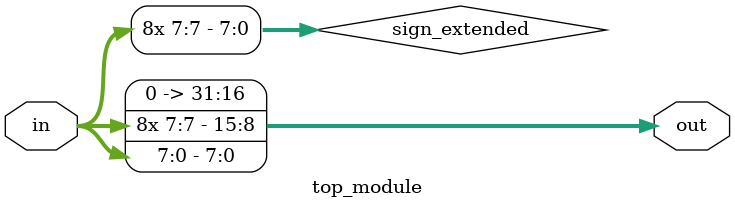
<source format=sv>
module top_module (
	input [7:0] in,
	output [31:0] out
);
wire [7:0] sign_extended;
assign sign_extended = {24{in[7]}};
assign out = {sign_extended, in};
endmodule

</source>
